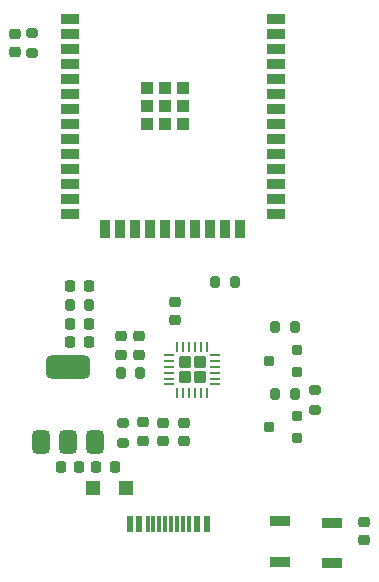
<source format=gbr>
%TF.GenerationSoftware,KiCad,Pcbnew,8.0.1*%
%TF.CreationDate,2024-05-10T21:43:51+08:00*%
%TF.ProjectId,ESP32wroom,45535033-3277-4726-9f6f-6d2e6b696361,rev?*%
%TF.SameCoordinates,Original*%
%TF.FileFunction,Paste,Top*%
%TF.FilePolarity,Positive*%
%FSLAX46Y46*%
G04 Gerber Fmt 4.6, Leading zero omitted, Abs format (unit mm)*
G04 Created by KiCad (PCBNEW 8.0.1) date 2024-05-10 21:43:51*
%MOMM*%
%LPD*%
G01*
G04 APERTURE LIST*
G04 Aperture macros list*
%AMRoundRect*
0 Rectangle with rounded corners*
0 $1 Rounding radius*
0 $2 $3 $4 $5 $6 $7 $8 $9 X,Y pos of 4 corners*
0 Add a 4 corners polygon primitive as box body*
4,1,4,$2,$3,$4,$5,$6,$7,$8,$9,$2,$3,0*
0 Add four circle primitives for the rounded corners*
1,1,$1+$1,$2,$3*
1,1,$1+$1,$4,$5*
1,1,$1+$1,$6,$7*
1,1,$1+$1,$8,$9*
0 Add four rect primitives between the rounded corners*
20,1,$1+$1,$2,$3,$4,$5,0*
20,1,$1+$1,$4,$5,$6,$7,0*
20,1,$1+$1,$6,$7,$8,$9,0*
20,1,$1+$1,$8,$9,$2,$3,0*%
G04 Aperture macros list end*
%ADD10RoundRect,0.225000X-0.250000X0.225000X-0.250000X-0.225000X0.250000X-0.225000X0.250000X0.225000X0*%
%ADD11R,1.200000X1.200000*%
%ADD12RoundRect,0.200000X-0.200000X-0.275000X0.200000X-0.275000X0.200000X0.275000X-0.200000X0.275000X0*%
%ADD13RoundRect,0.218750X0.256250X-0.218750X0.256250X0.218750X-0.256250X0.218750X-0.256250X-0.218750X0*%
%ADD14RoundRect,0.200000X-0.275000X0.200000X-0.275000X-0.200000X0.275000X-0.200000X0.275000X0.200000X0*%
%ADD15R,0.600000X1.450000*%
%ADD16R,0.300000X1.450000*%
%ADD17RoundRect,0.225000X-0.225000X-0.250000X0.225000X-0.250000X0.225000X0.250000X-0.225000X0.250000X0*%
%ADD18R,1.700000X0.900000*%
%ADD19RoundRect,0.200000X0.275000X-0.200000X0.275000X0.200000X-0.275000X0.200000X-0.275000X-0.200000X0*%
%ADD20RoundRect,0.200000X0.200000X0.275000X-0.200000X0.275000X-0.200000X-0.275000X0.200000X-0.275000X0*%
%ADD21RoundRect,0.250000X-0.275000X0.275000X-0.275000X-0.275000X0.275000X-0.275000X0.275000X0.275000X0*%
%ADD22RoundRect,0.062500X-0.062500X0.350000X-0.062500X-0.350000X0.062500X-0.350000X0.062500X0.350000X0*%
%ADD23RoundRect,0.062500X-0.350000X0.062500X-0.350000X-0.062500X0.350000X-0.062500X0.350000X0.062500X0*%
%ADD24RoundRect,0.375000X0.375000X-0.625000X0.375000X0.625000X-0.375000X0.625000X-0.375000X-0.625000X0*%
%ADD25RoundRect,0.500000X1.400000X-0.500000X1.400000X0.500000X-1.400000X0.500000X-1.400000X-0.500000X0*%
%ADD26RoundRect,0.225000X0.250000X-0.225000X0.250000X0.225000X-0.250000X0.225000X-0.250000X-0.225000X0*%
%ADD27RoundRect,0.218750X-0.218750X-0.256250X0.218750X-0.256250X0.218750X0.256250X-0.218750X0.256250X0*%
%ADD28RoundRect,0.200000X0.250000X0.200000X-0.250000X0.200000X-0.250000X-0.200000X0.250000X-0.200000X0*%
%ADD29R,1.500000X0.900000*%
%ADD30R,0.900000X1.500000*%
%ADD31R,1.050000X1.050000*%
G04 APERTURE END LIST*
D10*
%TO.C,C5*%
X184200000Y-106525000D03*
X184200000Y-108075000D03*
%TD*%
D11*
%TO.C,D6*%
X180300000Y-119400000D03*
X183100000Y-119400000D03*
%TD*%
D12*
%TO.C,R9*%
X178375000Y-103900000D03*
X180025000Y-103900000D03*
%TD*%
D13*
%TO.C,D2*%
X184600000Y-115387500D03*
X184600000Y-113812500D03*
%TD*%
D14*
%TO.C,R5*%
X199100000Y-111075000D03*
X199100000Y-112725000D03*
%TD*%
D15*
%TO.C,J2*%
X183450000Y-122455000D03*
X184250000Y-122455000D03*
D16*
X185450000Y-122455000D03*
X186450000Y-122455000D03*
X186950000Y-122455000D03*
X187950000Y-122455000D03*
D15*
X189150000Y-122455000D03*
X189950000Y-122455000D03*
X189950000Y-122455000D03*
X189150000Y-122455000D03*
D16*
X188450000Y-122455000D03*
X187450000Y-122455000D03*
X185950000Y-122455000D03*
X184950000Y-122455000D03*
D15*
X184250000Y-122455000D03*
X183450000Y-122455000D03*
%TD*%
D17*
%TO.C,C8*%
X177625000Y-117600000D03*
X179175000Y-117600000D03*
%TD*%
D18*
%TO.C,SW1*%
X196200000Y-125600000D03*
X196200000Y-122200000D03*
%TD*%
D19*
%TO.C,R6*%
X175200000Y-82500000D03*
X175200000Y-80850000D03*
%TD*%
D20*
%TO.C,R4*%
X197425000Y-111400000D03*
X195775000Y-111400000D03*
%TD*%
%TO.C,R12*%
X184325000Y-109600000D03*
X182675000Y-109600000D03*
%TD*%
D10*
%TO.C,C6*%
X182700000Y-106525000D03*
X182700000Y-108075000D03*
%TD*%
D21*
%TO.C,U4*%
X189387500Y-108700000D03*
X188087500Y-108700000D03*
X189387500Y-110000000D03*
X188087500Y-110000000D03*
D22*
X189987500Y-107412500D03*
X189487500Y-107412500D03*
X188987500Y-107412500D03*
X188487500Y-107412500D03*
X187987500Y-107412500D03*
X187487500Y-107412500D03*
D23*
X186800000Y-108100000D03*
X186800000Y-108600000D03*
X186800000Y-109100000D03*
X186800000Y-109600000D03*
X186800000Y-110100000D03*
X186800000Y-110600000D03*
D22*
X187487500Y-111287500D03*
X187987500Y-111287500D03*
X188487500Y-111287500D03*
X188987500Y-111287500D03*
X189487500Y-111287500D03*
X189987500Y-111287500D03*
D23*
X190675000Y-110600000D03*
X190675000Y-110100000D03*
X190675000Y-109600000D03*
X190675000Y-109100000D03*
X190675000Y-108600000D03*
X190675000Y-108100000D03*
%TD*%
D17*
%TO.C,C1*%
X180625000Y-117600000D03*
X182175000Y-117600000D03*
%TD*%
%TO.C,C2*%
X178425000Y-107000000D03*
X179975000Y-107000000D03*
%TD*%
D24*
%TO.C,U2*%
X175900000Y-115450000D03*
X178200000Y-115450000D03*
D25*
X178200000Y-109150000D03*
D24*
X180500000Y-115450000D03*
%TD*%
D18*
%TO.C,SW2*%
X200600000Y-125700000D03*
X200600000Y-122300000D03*
%TD*%
D20*
%TO.C,R11*%
X192325000Y-101900000D03*
X190675000Y-101900000D03*
%TD*%
%TO.C,R10*%
X197425000Y-105700000D03*
X195775000Y-105700000D03*
%TD*%
D26*
%TO.C,C7*%
X203300000Y-123800000D03*
X203300000Y-122250000D03*
%TD*%
D27*
%TO.C,D1*%
X178412500Y-102300000D03*
X179987500Y-102300000D03*
%TD*%
D26*
%TO.C,R8*%
X188000000Y-115375000D03*
X188000000Y-113825000D03*
%TD*%
D28*
%TO.C,Q1*%
X197600000Y-109550000D03*
X197600000Y-107650000D03*
X195200000Y-108600000D03*
%TD*%
D26*
%TO.C,C3*%
X187300000Y-105175000D03*
X187300000Y-103625000D03*
%TD*%
D29*
%TO.C,U1*%
X178350000Y-79665000D03*
X178350000Y-80935000D03*
X178350000Y-82205000D03*
X178350000Y-83475000D03*
X178350000Y-84745000D03*
X178350000Y-86015000D03*
X178350000Y-87285000D03*
X178350000Y-88555000D03*
X178350000Y-89825000D03*
X178350000Y-91095000D03*
X178350000Y-92365000D03*
X178350000Y-93635000D03*
X178350000Y-94905000D03*
X178350000Y-96175000D03*
D30*
X181390000Y-97425000D03*
X182660000Y-97425000D03*
X183930000Y-97425000D03*
X185200000Y-97425000D03*
X186470000Y-97425000D03*
X187740000Y-97425000D03*
X189010000Y-97425000D03*
X190280000Y-97425000D03*
X191550000Y-97425000D03*
X192820000Y-97425000D03*
D29*
X195850000Y-96175000D03*
X195850000Y-94905000D03*
X195850000Y-93635000D03*
X195850000Y-92365000D03*
X195850000Y-91095000D03*
X195850000Y-89825000D03*
X195850000Y-88555000D03*
X195850000Y-87285000D03*
X195850000Y-86015000D03*
X195850000Y-84745000D03*
X195850000Y-83475000D03*
X195850000Y-82205000D03*
X195850000Y-80935000D03*
X195850000Y-79665000D03*
D31*
X184895000Y-85480000D03*
X184895000Y-87005000D03*
X184895000Y-88530000D03*
X186420000Y-85480000D03*
X186420000Y-87005000D03*
X186420000Y-88530000D03*
X187945000Y-85480000D03*
X187945000Y-87005000D03*
X187945000Y-88530000D03*
%TD*%
D26*
%TO.C,C10*%
X173700000Y-82450000D03*
X173700000Y-80900000D03*
%TD*%
D19*
%TO.C,R1*%
X182900000Y-115525000D03*
X182900000Y-113875000D03*
%TD*%
D28*
%TO.C,Q2*%
X197600000Y-115150000D03*
X197600000Y-113250000D03*
X195200000Y-114200000D03*
%TD*%
D26*
%TO.C,R7*%
X186300000Y-115375000D03*
X186300000Y-113825000D03*
%TD*%
D17*
%TO.C,C9*%
X178425000Y-105500000D03*
X179975000Y-105500000D03*
%TD*%
M02*

</source>
